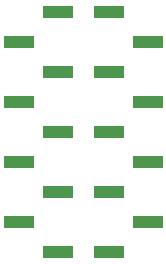
<source format=gbp>
G04 #@! TF.GenerationSoftware,KiCad,Pcbnew,9.0.6*
G04 #@! TF.CreationDate,2026-01-02T20:57:35-06:00*
G04 #@! TF.ProjectId,DHVQFN-14_3x2.5_P0.5,44485651-464e-42d3-9134-5f3378322e35,rev?*
G04 #@! TF.SameCoordinates,Original*
G04 #@! TF.FileFunction,Paste,Bot*
G04 #@! TF.FilePolarity,Positive*
%FSLAX46Y46*%
G04 Gerber Fmt 4.6, Leading zero omitted, Abs format (unit mm)*
G04 Created by KiCad (PCBNEW 9.0.6) date 2026-01-02 20:57:35*
%MOMM*%
%LPD*%
G01*
G04 APERTURE LIST*
%ADD10R,2.510000X1.000000*%
G04 APERTURE END LIST*
D10*
X135251000Y-101092000D03*
X138561000Y-103632000D03*
X135251000Y-106172000D03*
X138561000Y-108712000D03*
X135251000Y-111252000D03*
X138561000Y-113792000D03*
X135251000Y-116332000D03*
X138561000Y-118872000D03*
X135251000Y-121412000D03*
X130941000Y-121412000D03*
X127631000Y-118872000D03*
X130941000Y-116332000D03*
X127631000Y-113792000D03*
X130941000Y-111252000D03*
X127631000Y-108712000D03*
X130941000Y-106172000D03*
X127631000Y-103632000D03*
X130941000Y-101092000D03*
M02*

</source>
